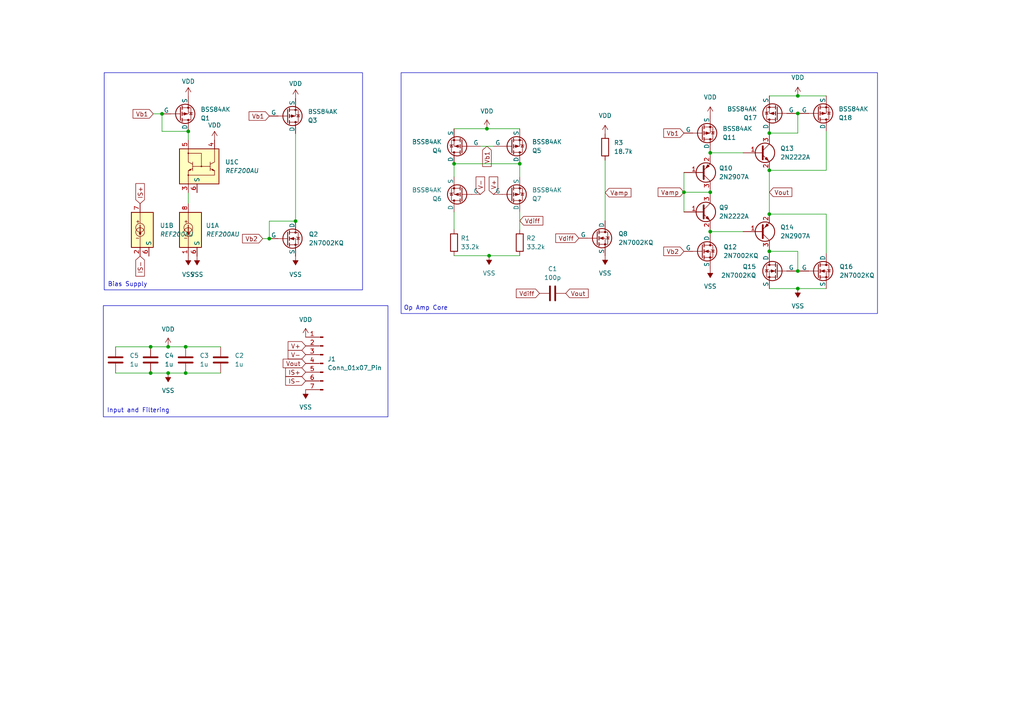
<source format=kicad_sch>
(kicad_sch (version 20231120) (generator "eeschema") (generator_version "8.0")
  (paper "A4")
  (title_block (title "Discrete OpAmp") (date "2024-04-25") (rev "v1") (company "Daniel Raymond") (comment 1 "WPI ECE5204") (comment 2 "Instructor Fred Floru"))
  (lib_symbols
    (symbol "Connector:Conn_01x07_Pin" (pin_names (offset 1.016) hide)
      (property "Reference" "J" (at 0 10.16 0))
      (property "Value" "Conn_01x07_Pin" (at 0 -10.16 0))
      (symbol "Conn_01x07_Pin_1_1"
        (polyline (pts (xy 1.27 -7.62) (xy 0.8636 -7.62)) (stroke (width 0.1524)))
        (polyline (pts (xy 1.27 -5.08) (xy 0.8636 -5.08)) (stroke (width 0.1524)))
        (polyline (pts (xy 1.27 -2.54) (xy 0.8636 -2.54)) (stroke (width 0.1524)))
        (polyline (pts (xy 1.27 0) (xy 0.8636 0)) (stroke (width 0.1524)))
        (polyline (pts (xy 1.27 2.54) (xy 0.8636 2.54)) (stroke (width 0.1524)))
        (polyline (pts (xy 1.27 5.08) (xy 0.8636 5.08)) (stroke (width 0.1524)))
        (polyline (pts (xy 1.27 7.62) (xy 0.8636 7.62)) (stroke (width 0.1524)))
        (rectangle (start 0.8636 -7.493) (end 0 -7.747) (stroke (width 0.1524)) (fill (type outline)))
        (rectangle (start 0.8636 -4.953) (end 0 -5.207) (stroke (width 0.1524)) (fill (type outline)))
        (rectangle (start 0.8636 -2.413) (end 0 -2.667) (stroke (width 0.1524)) (fill (type outline)))
        (rectangle (start 0.8636 0.127) (end 0 -0.127) (stroke (width 0.1524)) (fill (type outline)))
        (rectangle (start 0.8636 2.667) (end 0 2.413) (stroke (width 0.1524)) (fill (type outline)))
        (rectangle (start 0.8636 5.207) (end 0 4.953) (stroke (width 0.1524)) (fill (type outline)))
        (rectangle (start 0.8636 7.747) (end 0 7.493) (stroke (width 0.1524)) (fill (type outline)))
        (pin passive line (at 5.08 7.62 180) (length 3.81) (name "Pin_1") (number "1"))
        (pin passive line (at 5.08 5.08 180) (length 3.81) (name "Pin_2") (number "2"))
        (pin passive line (at 5.08 2.54 180) (length 3.81) (name "Pin_3") (number "3"))
        (pin passive line (at 5.08 0 180) (length 3.81) (name "Pin_4") (number "4"))
        (pin passive line (at 5.08 -2.54 180) (length 3.81) (name "Pin_5") (number "5"))
        (pin passive line (at 5.08 -5.08 180) (length 3.81) (name "Pin_6") (number "6"))
        (pin passive line (at 5.08 -7.62 180) (length 3.81) (name "Pin_7") (number "7"))
      )
    )
    (symbol "Device:C" (pin_numbers hide) (pin_names (offset 0.254))
      (property "Reference" "C" (at 0.635 2.54 0))
      (property "Value" "C" (at 0.635 -2.54 0))
      (symbol "C_0_1"
        (polyline (pts (xy -2.032 -0.762) (xy 2.032 -0.762)) (stroke (width 0.508)))
        (polyline (pts (xy -2.032 0.762) (xy 2.032 0.762)) (stroke (width 0.508)))
      )
      (symbol "C_1_1"
        (pin passive line (at 0 3.81 270) (length 2.794) (name "~") (number "1"))
        (pin passive line (at 0 -3.81 90) (length 2.794) (name "~") (number "2"))
      )
    )
    (symbol "Device:Q_NPN_BEC" (pin_names (offset 0) hide)
      (property "Reference" "Q" (at 5.08 1.27 0))
      (property "Value" "Q_NPN_BEC" (at 5.08 -1.27 0))
      (symbol "Q_NPN_BEC_0_1"
        (polyline (pts (xy 0.635 0.635) (xy 2.54 2.54)))
        (polyline (pts (xy 0.635 -0.635) (xy 2.54 -2.54) (xy 2.54 -2.54)))
        (polyline (pts (xy 0.635 1.905) (xy 0.635 -1.905) (xy 0.635 -1.905)) (stroke (width 0.508)))
        (polyline (pts (xy 1.27 -1.778) (xy 1.778 -1.27) (xy 2.286 -2.286) (xy 1.27 -1.778) (xy 1.27 -1.778)) (fill (type outline)))
        (circle (center 1.27 0) (radius 2.8194) (stroke (width 0.254)))
      )
      (symbol "Q_NPN_BEC_1_1"
        (pin input line (at -5.08 0 0) (length 5.715) (name "B") (number "1"))
        (pin passive line (at 2.54 -5.08 90) (length 2.54) (name "E") (number "2"))
        (pin passive line (at 2.54 5.08 270) (length 2.54) (name "C") (number "3"))
      )
    )
    (symbol "Device:Q_PNP_BEC" (pin_names (offset 0) hide)
      (property "Reference" "Q" (at 5.08 1.27 0))
      (property "Value" "Q_PNP_BEC" (at 5.08 -1.27 0))
      (symbol "Q_PNP_BEC_0_1"
        (polyline (pts (xy 0.635 0.635) (xy 2.54 2.54)))
        (polyline (pts (xy 0.635 -0.635) (xy 2.54 -2.54) (xy 2.54 -2.54)))
        (polyline (pts (xy 0.635 1.905) (xy 0.635 -1.905) (xy 0.635 -1.905)) (stroke (width 0.508)))
        (polyline (pts (xy 2.286 -1.778) (xy 1.778 -2.286) (xy 1.27 -1.27) (xy 2.286 -1.778) (xy 2.286 -1.778)) (fill (type outline)))
        (circle (center 1.27 0) (radius 2.8194) (stroke (width 0.254)))
      )
      (symbol "Q_PNP_BEC_1_1"
        (pin input line (at -5.08 0 0) (length 5.715) (name "B") (number "1"))
        (pin passive line (at 2.54 -5.08 90) (length 2.54) (name "E") (number "2"))
        (pin passive line (at 2.54 5.08 270) (length 2.54) (name "C") (number "3"))
      )
    )
    (symbol "Device:R" (pin_numbers hide) (pin_names (offset 0))
      (property "Reference" "R" (at 2.032 0 90))
      (property "Value" "R" (at 0 0 90))
      (symbol "R_0_1"
        (rectangle (start -1.016 -2.54) (end 1.016 2.54) (stroke (width 0.254)))
      )
      (symbol "R_1_1"
        (pin passive line (at 0 3.81 270) (length 1.27) (name "~") (number "1"))
        (pin passive line (at 0 -3.81 90) (length 1.27) (name "~") (number "2"))
      )
    )
    (symbol "Reference_Current:REF200AU"
      (property "Reference" "U" (at -3.175 4.445 0))
      (property "Value" "REF200AU" (at -3.175 2.54 0))
      (symbol "REF200AU_0_1"
        (pin passive line (at 2.54 -7.62 90) (length 2.54) (name "S") (number "6"))
      )
      (symbol "REF200AU_1_1"
        (rectangle (start -2.54 5.08) (end 3.81 -5.08) (stroke (width 0.254)) (fill (type background)))
        (circle (center 0 -0.635) (radius 1.27))
        (polyline (pts (xy -1.143 -2.413) (xy -0.381 -2.413)))
        (polyline (pts (xy -1.016 2.413) (xy -0.254 2.413)))
        (polyline (pts (xy -0.635 2.794) (xy -0.635 2.032)))
        (polyline (pts (xy 0 -1.905) (xy 0 -5.08)))
        (polyline (pts (xy 0 1.397) (xy 0 -1.397)) (stroke (width 0.254)))
        (polyline (pts (xy 0 5.08) (xy 0 1.905)))
        (polyline (pts (xy 0 -1.397) (xy -0.254 -0.889) (xy 0.254 -0.889) (xy 0 -1.397)) (stroke (width 0.254)))
        (circle (center 0 0.635) (radius 1.27))
        (pin passive line (at 0 -7.62 90) (length 2.54) (name "~") (number "1"))
        (pin passive line (at 0 7.62 270) (length 2.54) (name "~") (number "8"))
      )
      (symbol "REF200AU_2_1"
        (rectangle (start -2.54 5.08) (end 3.81 -5.08) (stroke (width 0.254)) (fill (type background)))
        (circle (center 0 -0.635) (radius 1.27))
        (polyline (pts (xy -1.143 -2.413) (xy -0.381 -2.413)))
        (polyline (pts (xy -1.016 2.413) (xy -0.254 2.413)))
        (polyline (pts (xy -0.635 2.794) (xy -0.635 2.032)))
        (polyline (pts (xy 0 -1.905) (xy 0 -5.08)))
        (polyline (pts (xy 0 1.397) (xy 0 -1.397)) (stroke (width 0.254)))
        (polyline (pts (xy 0 5.08) (xy 0 1.905)))
        (polyline (pts (xy 0 -1.397) (xy -0.254 -0.889) (xy 0.254 -0.889) (xy 0 -1.397)) (stroke (width 0.254)))
        (circle (center 0 0.635) (radius 1.27))
        (pin passive line (at 0 -7.62 90) (length 2.54) (name "~") (number "2"))
        (pin passive line (at 0 7.62 270) (length 2.54) (name "~") (number "7"))
      )
      (symbol "REF200AU_3_1"
        (rectangle (start -2.54 5.08) (end 8.89 -5.08) (stroke (width 0.254)) (fill (type background)))
        (circle (center 0 -2.54) (radius 0.1524))
        (polyline (pts (xy 0 3.81) (xy 0 5.08)))
        (polyline (pts (xy 1.27 -1.27) (xy 1.27 1.27)))
        (polyline (pts (xy 1.27 0) (xy 6.35 0)))
        (polyline (pts (xy 6.35 1.27) (xy 6.35 -1.27)))
        (polyline (pts (xy 0 -5.08) (xy 0 -1.27) (xy 1.27 -0.635)))
        (polyline (pts (xy 0 3.81) (xy 3.81 3.81) (xy 3.81 0)))
        (polyline (pts (xy 1.27 0.635) (xy 0 1.27) (xy 0 3.81)))
        (polyline (pts (xy 7.62 5.08) (xy 7.62 1.27) (xy 6.35 0.635)))
        (polyline (pts (xy 0 -1.27) (xy 0.6096 -0.762) (xy 0.762 -1.1176) (xy 0 -1.27)))
        (polyline (pts (xy 6.35 -0.635) (xy 7.62 -1.27) (xy 7.62 -2.54) (xy 0 -2.54)))
        (polyline (pts (xy 7.62 -1.27) (xy 7.0104 -0.762) (xy 6.858 -1.1176) (xy 7.62 -1.27)))
        (circle (center 0 3.81) (radius 0.1524))
        (circle (center 3.81 0) (radius 0.1524))
        (pin passive line (at 0 -7.62 90) (length 2.54) (name "~") (number "3"))
        (pin passive line (at 7.62 7.62 270) (length 2.54) (name "~") (number "4"))
        (pin passive line (at 0 7.62 270) (length 2.54) (name "~") (number "5"))
      )
    )
    (symbol "Simulation_SPICE:NMOS" (pin_numbers hide) (pin_names (offset 0))
      (property "Reference" "Q2" (at 6.35 1.27 0))
      (property "Value" "NMOS" (at 6.35 -1.27 0))
      (symbol "NMOS_0_1"
        (polyline (pts (xy 0.254 0) (xy -2.54 0)))
        (polyline (pts (xy 0.254 1.905) (xy 0.254 -1.905)) (stroke (width 0.254)))
        (polyline (pts (xy 0.762 -1.27) (xy 0.762 -2.286)) (stroke (width 0.254)))
        (polyline (pts (xy 0.762 0.508) (xy 0.762 -0.508)) (stroke (width 0.254)))
        (polyline (pts (xy 0.762 2.286) (xy 0.762 1.27)) (stroke (width 0.254)))
        (polyline (pts (xy 2.54 2.54) (xy 2.54 1.778)))
        (polyline (pts (xy 2.54 -2.54) (xy 2.54 0) (xy 0.762 0)))
        (polyline (pts (xy 0.762 -1.778) (xy 3.302 -1.778) (xy 3.302 1.778) (xy 0.762 1.778)))
        (polyline (pts (xy 1.016 0) (xy 2.032 0.381) (xy 2.032 -0.381) (xy 1.016 0)) (fill (type outline)))
        (polyline (pts (xy 2.794 0.508) (xy 2.921 0.381) (xy 3.683 0.381) (xy 3.81 0.254)))
        (polyline (pts (xy 3.302 0.381) (xy 2.921 -0.254) (xy 3.683 -0.254) (xy 3.302 0.381)))
        (circle (center 1.651 0) (radius 2.794) (stroke (width 0.254)))
        (circle (center 2.54 -1.778) (radius 0.254) (fill (type outline)))
        (circle (center 2.54 1.778) (radius 0.254) (fill (type outline)))
      )
      (symbol "NMOS_1_1"
        (pin input line (at -5.08 0 0) (length 2.54) (name "G") (number "1"))
        (pin passive line (at 2.54 -5.08 90) (length 2.54) (name "S") (number "2"))
        (pin passive line (at 2.54 5.08 270) (length 2.54) (name "D") (number "3"))
      )
    )
    (symbol "Simulation_SPICE:PMOS" (pin_numbers hide) (pin_names (offset 0))
      (property "Reference" "Q1" (at 6.096 1.27 0))
      (property "Value" "BSS84AK" (at 6.096 -1.27 0))
      (symbol "PMOS_0_1"
        (polyline (pts (xy 0.254 0) (xy -2.54 0)))
        (polyline (pts (xy 0.254 1.905) (xy 0.254 -1.905)) (stroke (width 0.254)))
        (polyline (pts (xy 0.762 -1.27) (xy 0.762 -2.286)) (stroke (width 0.254)))
        (polyline (pts (xy 0.762 0.508) (xy 0.762 -0.508)) (stroke (width 0.254)))
        (polyline (pts (xy 0.762 2.286) (xy 0.762 1.27)) (stroke (width 0.254)))
        (polyline (pts (xy 2.54 2.54) (xy 2.54 1.778)))
        (polyline (pts (xy 2.54 -2.54) (xy 2.54 0) (xy 0.762 0)))
        (polyline (pts (xy 0.762 1.778) (xy 3.302 1.778) (xy 3.302 -1.778) (xy 0.762 -1.778)))
        (polyline (pts (xy 2.286 0) (xy 1.27 0.381) (xy 1.27 -0.381) (xy 2.286 0)) (fill (type outline)))
        (polyline (pts (xy 2.794 -0.508) (xy 2.921 -0.381) (xy 3.683 -0.381) (xy 3.81 -0.254)))
        (polyline (pts (xy 3.302 -0.381) (xy 2.921 0.254) (xy 3.683 0.254) (xy 3.302 -0.381)))
        (circle (center 1.651 0) (radius 2.794) (stroke (width 0.254)))
        (circle (center 2.54 -1.778) (radius 0.254) (fill (type outline)))
        (circle (center 2.54 1.778) (radius 0.254) (fill (type outline)))
      )
      (symbol "PMOS_1_1"
        (pin input line (at -5.08 0 0) (length 2.54) (name "G") (number "1"))
        (pin passive line (at 2.54 -5.08 90) (length 2.54) (name "S") (number "2"))
        (pin passive line (at 2.54 5.08 270) (length 2.54) (name "D") (number "3"))
      )
    )
    (symbol "power:VDD" (power) (pin_names (offset 0))
      (property "Value" "VDD" (at 0 3.81 0))
      (symbol "VDD_0_1"
        (polyline (pts (xy -0.762 1.27) (xy 0 2.54)))
        (polyline (pts (xy 0 0) (xy 0 2.54)))
        (polyline (pts (xy 0 2.54) (xy 0.762 1.27)))
      )
      (symbol "VDD_1_1"
        (pin power_in line (at 0 0 90) (length 0) hide (name "VDD") (number "1"))
      )
    )
    (symbol "power:VSS" (power) (pin_names (offset 0))
      (property "Value" "VSS" (at 0 3.81 0))
      (symbol "VSS_0_1"
        (polyline (pts (xy 0 0) (xy 0 2.54)))
        (polyline (pts (xy 0.762 1.27) (xy -0.762 1.27) (xy 0 2.54) (xy 0.762 1.27)) (fill (type outline)))
      )
      (symbol "VSS_1_1"
        (pin power_in line (at 0 0 90) (length 0) hide (name "VSS") (number "1"))
      )
    )
  )
  (junction (at 54.61 38.1))
  (junction (at 231.394 27.813))
  (junction (at 231.394 32.893))
  (junction (at 85.725 64.135))
  (junction (at 223.139 49.403))
  (junction (at 48.768 100.584))
  (junction (at 141.224 37.338))
  (junction (at 223.139 38.608))
  (junction (at 205.994 55.753))
  (junction (at 231.394 83.693))
  (junction (at 223.139 72.898))
  (junction (at 223.139 62.103))
  (junction (at 46.99 33.02))
  (junction (at 205.994 44.323))
  (junction (at 150.749 47.498))
  (junction (at 43.688 100.584))
  (junction (at 53.848 108.204))
  (junction (at 198.374 55.753))
  (junction (at 78.105 69.215))
  (junction (at 231.394 78.613))
  (junction (at 53.848 100.584))
  (junction (at 141.859 74.168))
  (junction (at 131.699 47.498))
  (junction (at 205.994 67.183))
  (junction (at 48.768 108.204))
  (junction (at 43.688 108.204))
  (wire (pts (xy 150.749 47.498) (xy 150.749 51.308)))
  (wire (pts (xy 54.61 38.1) (xy 54.61 40.64)))
  (wire (pts (xy 43.688 108.204) (xy 33.528 108.204)))
  (wire (pts (xy 205.994 67.183) (xy 205.994 67.818)))
  (wire (pts (xy 131.699 37.338) (xy 141.224 37.338)))
  (wire (pts (xy 231.394 32.893) (xy 231.394 38.608)))
  (wire (pts (xy 223.139 72.898) (xy 223.139 73.533)))
  (wire (pts (xy 53.848 108.204) (xy 48.768 108.204)))
  (wire (pts (xy 215.519 44.323) (xy 205.994 44.323)))
  (wire (pts (xy 230.759 32.893) (xy 231.394 32.893)))
  (wire (pts (xy 205.994 67.183) (xy 205.994 66.548)))
  (wire (pts (xy 141.859 74.168) (xy 150.749 74.168)))
  (wire (pts (xy 46.99 33.02) (xy 46.99 38.1)))
  (wire (pts (xy 78.105 64.135) (xy 85.725 64.135)))
  (wire (pts (xy 239.649 49.403) (xy 223.139 49.403)))
  (wire (pts (xy 48.768 108.204) (xy 43.688 108.204)))
  (wire (pts (xy 231.394 32.893) (xy 232.029 32.893)))
  (wire (pts (xy 64.008 108.204) (xy 53.848 108.204)))
  (wire (pts (xy 131.699 47.498) (xy 150.749 47.498)))
  (wire (pts (xy 78.105 69.215) (xy 78.105 64.135)))
  (wire (pts (xy 44.45 33.02) (xy 46.99 33.02)))
  (wire (pts (xy 215.519 67.183) (xy 205.994 67.183)))
  (wire (pts (xy 231.394 72.898) (xy 223.139 72.898)))
  (wire (pts (xy 223.139 37.973) (xy 223.139 38.608)))
  (wire (pts (xy 141.224 37.338) (xy 150.749 37.338)))
  (wire (pts (xy 205.994 55.753) (xy 205.994 56.388)))
  (wire (pts (xy 231.394 78.613) (xy 232.029 78.613)))
  (wire (pts (xy 223.139 38.608) (xy 231.394 38.608)))
  (wire (pts (xy 53.848 100.584) (xy 48.768 100.584)))
  (wire (pts (xy 139.319 42.418) (xy 143.129 42.418)))
  (wire (pts (xy 54.61 55.88) (xy 54.61 59.055)))
  (wire (pts (xy 231.394 72.898) (xy 231.394 78.613)))
  (wire (pts (xy 205.994 44.323) (xy 205.994 43.688)))
  (wire (pts (xy 43.688 100.584) (xy 33.528 100.584)))
  (wire (pts (xy 223.139 72.898) (xy 223.139 72.263)))
  (wire (pts (xy 198.374 55.753) (xy 198.374 50.038)))
  (wire (pts (xy 131.699 47.498) (xy 131.699 51.308)))
  (wire (pts (xy 150.749 61.468) (xy 150.749 66.548)))
  (wire (pts (xy 223.139 38.608) (xy 223.139 39.243)))
  (wire (pts (xy 131.699 74.168) (xy 141.859 74.168)))
  (wire (pts (xy 231.394 83.693) (xy 239.649 83.693)))
  (wire (pts (xy 231.394 27.813) (xy 239.649 27.813)))
  (wire (pts (xy 239.649 62.103) (xy 223.139 62.103)))
  (wire (pts (xy 239.649 37.973) (xy 239.649 49.403)))
  (wire (pts (xy 76.2 69.215) (xy 78.105 69.215)))
  (wire (pts (xy 223.139 83.693) (xy 231.394 83.693)))
  (wire (pts (xy 239.649 62.103) (xy 239.649 73.533)))
  (wire (pts (xy 223.139 49.403) (xy 223.139 62.103)))
  (wire (pts (xy 175.514 46.482) (xy 175.514 64.008)))
  (wire (pts (xy 223.139 27.813) (xy 231.394 27.813)))
  (wire (pts (xy 205.994 55.118) (xy 205.994 55.753)))
  (wire (pts (xy 131.699 61.468) (xy 131.699 66.548)))
  (wire (pts (xy 205.994 55.753) (xy 198.374 55.753)))
  (wire (pts (xy 48.768 100.584) (xy 43.688 100.584)))
  (wire (pts (xy 46.99 38.1) (xy 54.61 38.1)))
  (wire (pts (xy 85.725 38.735) (xy 85.725 64.135)))
  (wire (pts (xy 205.994 44.323) (xy 205.994 44.958)))
  (wire (pts (xy 64.008 100.584) (xy 53.848 100.584)))
  (wire (pts (xy 230.759 78.613) (xy 231.394 78.613)))
  (wire (pts (xy 198.374 55.753) (xy 198.374 61.468)))
  (rectangle (start 29.972 88.646) (end 112.522 120.904))
  (rectangle (start 30.226 21.082) (end 105.156 84.074))
  (rectangle (start 116.332 21.082) (end 254.508 90.932))
  (text "Bias Supply" (at 31.242 83.312 0) (effects (font (size 1.27 1.27)) (justify left bottom)))
  (text "Op Amp Core" (at 117.094 90.17 0) (effects (font (size 1.27 1.27)) (justify left bottom)))
  (text "Input and Filtering" (at 30.988 119.888 0) (effects (font (size 1.27 1.27)) (justify left bottom)))
  (global_label "V+" (shape input) (at 143.129 56.388 90) (property "Intersheetrefs" "${INTERSHEET_REFS}" (effects (hide yes))))
  (global_label "Vb2" (shape input) (at 198.374 72.898 180) (property "Intersheetrefs" "${INTERSHEET_REFS}" (effects (hide yes))))
  (global_label "IS+" (shape input) (at 40.64 59.055 90) (property "Intersheetrefs" "${INTERSHEET_REFS}" (effects (hide yes))))
  (global_label "V+" (shape input) (at 88.646 100.33 180) (property "Intersheetrefs" "${INTERSHEET_REFS}" (effects (hide yes))))
  (global_label "Vamp" (shape input) (at 198.374 55.753 180) (property "Intersheetrefs" "${INTERSHEET_REFS}" (effects (hide yes))))
  (global_label "Vb2" (shape input) (at 76.2 69.215 180) (property "Intersheetrefs" "${INTERSHEET_REFS}" (effects (hide yes))))
  (global_label "IS+" (shape input) (at 88.646 107.95 180) (property "Intersheetrefs" "${INTERSHEET_REFS}" (effects (hide yes))))
  (global_label "Vout" (shape input) (at 164.084 85.09 0) (property "Intersheetrefs" "${INTERSHEET_REFS}" (effects (hide yes))))
  (global_label "Vb1" (shape input) (at 141.224 42.418 270) (property "Intersheetrefs" "${INTERSHEET_REFS}" (effects (hide yes))))
  (global_label "Vb1" (shape input) (at 44.45 33.02 180) (property "Intersheetrefs" "${INTERSHEET_REFS}" (effects (hide yes))))
  (global_label "Vout" (shape input) (at 223.139 55.753 0) (property "Intersheetrefs" "${INTERSHEET_REFS}" (effects (hide yes))))
  (global_label "Vb1" (shape input) (at 198.374 38.608 180) (property "Intersheetrefs" "${INTERSHEET_REFS}" (effects (hide yes))))
  (global_label "V-" (shape input) (at 88.646 102.87 180) (property "Intersheetrefs" "${INTERSHEET_REFS}" (effects (hide yes))))
  (global_label "Vdiff" (shape input) (at 167.894 69.088 180) (property "Intersheetrefs" "${INTERSHEET_REFS}" (effects (hide yes))))
  (global_label "V-" (shape input) (at 139.319 56.388 90) (property "Intersheetrefs" "${INTERSHEET_REFS}" (effects (hide yes))))
  (global_label "Vout" (shape input) (at 88.646 105.41 180) (property "Intersheetrefs" "${INTERSHEET_REFS}" (effects (hide yes))))
  (global_label "Vdiff" (shape input) (at 150.749 64.0339 0) (property "Intersheetrefs" "${INTERSHEET_REFS}" (effects (hide yes))))
  (global_label "IS-" (shape input) (at 88.646 110.49 180) (property "Intersheetrefs" "${INTERSHEET_REFS}" (effects (hide yes))))
  (global_label "Vb1" (shape input) (at 78.105 33.655 180) (property "Intersheetrefs" "${INTERSHEET_REFS}" (effects (hide yes))))
  (global_label "IS-" (shape input) (at 40.64 74.295 270) (property "Intersheetrefs" "${INTERSHEET_REFS}" (effects (hide yes))))
  (global_label "Vamp" (shape input) (at 175.514 55.88 0) (property "Intersheetrefs" "${INTERSHEET_REFS}" (effects (hide yes))))
  (global_label "Vdiff" (shape input) (at 156.464 85.09 180) (property "Intersheetrefs" "${INTERSHEET_REFS}" (effects (hide yes))))
  (symbol (lib_id "Simulation_SPICE:PMOS") (at 52.07 33.02 0) (mirror x) (unit 1)
    (property "Reference" "Q1" (at 58.166 34.29 0) (effects (justify left)))
    (property "Value" "BSS84AK" (at 58.166 31.75 0) (effects (justify left)))
    (property "Footprint" "Library:SOT8015" (effects (hide yes)))
    (property "Datasheet" "https://assets.nexperia.com/documents/data-sheet/BSS84AKQB.pdf" (effects (hide yes)))
    (property "Sim.Device" "PMOS" (effects (hide yes)))
    (property "Sim.Type" "VDMOS" (effects (hide yes)))
    (property "Sim.Pins" "1=G 2=S 3=D" (effects (hide yes)))
  )
  (symbol (lib_id "Device:R") (at 131.699 70.358 0) (unit 1)
    (property "Reference" "R1" (at 133.604 69.088 0) (effects (justify left)))
    (property "Value" "33.2k" (at 133.604 71.628 0) (effects (justify left)))
    (property "Footprint" "Resistor_SMD:R_0603_1608Metric" (effects (hide yes)))
  )
  (symbol (lib_id "Reference_Current:REF200AU") (at 40.64 66.675 0) (unit 2)
    (property "Reference" "U1" (at 46.355 65.405 0) (effects (justify left)))
    (property "Value" "REF200AU" (at 46.355 67.945 0) (effects (font (italic yes)) (justify left)))
    (property "Footprint" "Package_SO:SOIC-8_3.9x4.9mm_P1.27mm" (effects (hide yes)))
    (property "Datasheet" "www.ti.com/lit/ds/symlink/ref200.pdf" (effects (hide yes)))
  )
  (symbol (lib_id "Simulation_SPICE:PMOS") (at 148.209 56.388 0) (mirror x) (unit 1)
    (property "Reference" "Q7" (at 154.305 57.658 0) (effects (justify left)))
    (property "Value" "BSS84AK" (at 154.305 55.118 0) (effects (justify left)))
    (property "Footprint" "Library:SOT8015" (effects (hide yes)))
    (property "Datasheet" "https://assets.nexperia.com/documents/data-sheet/BSS84AKQB.pdf" (effects (hide yes)))
    (property "Sim.Device" "PMOS" (effects (hide yes)))
    (property "Sim.Type" "VDMOS" (effects (hide yes)))
    (property "Sim.Pins" "1=G 2=S 3=D" (effects (hide yes)))
  )
  (symbol (lib_id "Simulation_SPICE:NMOS") (at 225.679 78.613 0) (mirror y) (unit 1)
    (property "Reference" "Q15" (at 219.329 77.343 0) (effects (justify left)))
    (property "Value" "2N7002KQ" (at 219.329 79.883 0) (effects (justify left)))
    (property "Footprint" "Library:SOT8015" (effects (hide yes)))
    (property "Datasheet" "https://assets.nexperia.com/documents/data-sheet/2N7002KQB.pdf" (effects (hide yes)))
    (property "Sim.Device" "NMOS" (effects (hide yes)))
    (property "Sim.Type" "VDMOS" (effects (hide yes)))
    (property "Sim.Pins" "1=G 2=S 3=D" (effects (hide yes)))
  )
  (symbol (lib_id "power:VSS") (at 175.514 74.168 180) (unit 1)
    (property "Reference" "#PWR010" (effects (hide yes)))
    (property "Value" "VSS" (at 175.514 79.248 0))
  )
  (symbol (lib_id "power:VSS") (at 231.394 83.693 180) (unit 1)
    (property "Reference" "#PWR014" (effects (hide yes)))
    (property "Value" "VSS" (at 231.394 88.773 0))
  )
  (symbol (lib_id "Simulation_SPICE:PMOS") (at 203.454 38.608 0) (mirror x) (unit 1)
    (property "Reference" "Q11" (at 209.55 39.878 0) (effects (justify left)))
    (property "Value" "BSS84AK" (at 209.55 37.338 0) (effects (justify left)))
    (property "Footprint" "Library:SOT8015" (effects (hide yes)))
    (property "Datasheet" "https://assets.nexperia.com/documents/data-sheet/BSS84AKQB.pdf" (effects (hide yes)))
    (property "Sim.Device" "PMOS" (effects (hide yes)))
    (property "Sim.Type" "VDMOS" (effects (hide yes)))
    (property "Sim.Pins" "1=G 2=S 3=D" (effects (hide yes)))
  )
  (symbol (lib_id "Connector:Conn_01x07_Pin") (at 93.726 105.41 0) (mirror y) (unit 1)
    (property "Reference" "J1" (at 94.996 104.14 0) (effects (justify right)))
    (property "Value" "Conn_01x07_Pin" (at 94.996 106.68 0) (effects (justify right)))
    (property "Footprint" "Connector_PinHeader_2.54mm:PinHeader_1x07_P2.54mm_Vertical" (effects (hide yes)))
  )
  (symbol (lib_id "Device:C") (at 43.688 104.394 180) (unit 1)
    (property "Reference" "C4" (at 47.752 103.124 0) (effects (justify right)))
    (property "Value" "1u" (at 47.752 105.664 0) (effects (justify right)))
    (property "Footprint" "Capacitor_SMD:C_0603_1608Metric" (effects (hide yes)))
  )
  (symbol (lib_id "power:VSS") (at 85.725 74.295 180) (unit 1)
    (property "Reference" "#PWR02" (effects (hide yes)))
    (property "Value" "VSS" (at 85.725 79.629 0))
  )
  (symbol (lib_id "Device:Q_NPN_BEC") (at 220.599 44.323 0) (unit 1)
    (property "Reference" "Q13" (at 226.314 43.053 0) (effects (justify left)))
    (property "Value" "2N2222A" (at 226.314 45.593 0) (effects (justify left)))
    (property "Footprint" "Package_TO_SOT_SMD:SOT-883" (effects (hide yes)))
  )
  (symbol (lib_id "Reference_Current:REF200AU") (at 54.61 66.675 0) (unit 1)
    (property "Reference" "U1" (at 59.69 65.405 0) (effects (justify left)))
    (property "Value" "REF200AU" (at 59.69 67.945 0) (effects (font (italic yes)) (justify left)))
    (property "Footprint" "Package_SO:SOIC-8_3.9x4.9mm_P1.27mm" (effects (hide yes)))
    (property "Datasheet" "www.ti.com/lit/ds/symlink/ref200.pdf" (effects (hide yes)))
  )
  (symbol (lib_id "power:VDD") (at 88.646 97.79 0) (unit 1)
    (property "Reference" "#PWR015" (effects (hide yes)))
    (property "Value" "VDD" (at 88.646 92.71 0))
  )
  (symbol (lib_id "Device:C") (at 160.274 85.09 90) (unit 1)
    (property "Reference" "C1" (at 160.274 77.978 90))
    (property "Value" "100p" (at 160.274 80.518 90))
    (property "Footprint" "Capacitor_SMD:C_0603_1608Metric" (effects (hide yes)))
  )
  (symbol (lib_id "Simulation_SPICE:PMOS") (at 237.109 32.893 0) (mirror x) (unit 1)
    (property "Reference" "Q18" (at 243.205 34.163 0) (effects (justify left)))
    (property "Value" "BSS84AK" (at 243.205 31.623 0) (effects (justify left)))
    (property "Footprint" "Library:SOT8015" (effects (hide yes)))
    (property "Datasheet" "https://assets.nexperia.com/documents/data-sheet/BSS84AKQB.pdf" (effects (hide yes)))
    (property "Sim.Device" "PMOS" (effects (hide yes)))
    (property "Sim.Type" "VDMOS" (effects (hide yes)))
    (property "Sim.Pins" "1=G 2=S 3=D" (effects (hide yes)))
  )
  (symbol (lib_id "Device:Q_PNP_BEC") (at 203.454 50.038 0) (mirror x) (unit 1)
    (property "Reference" "Q10" (at 208.534 48.768 0) (effects (justify left)))
    (property "Value" "2N2907A" (at 208.534 51.308 0) (effects (justify left)))
    (property "Footprint" "Package_TO_SOT_SMD:SOT-883" (effects (hide yes)))
  )
  (symbol (lib_id "power:VSS") (at 57.15 74.295 180) (unit 1)
    (property "Reference" "#PWR01" (effects (hide yes)))
    (property "Value" "VSS" (at 57.15 79.629 0))
  )
  (symbol (lib_id "power:VDD") (at 85.725 28.575 0) (unit 1)
    (property "Reference" "#PWR06" (effects (hide yes)))
    (property "Value" "VDD" (at 85.725 24.257 0))
  )
  (symbol (lib_id "Device:C") (at 64.008 104.394 180) (unit 1)
    (property "Reference" "C2" (at 68.072 103.124 0) (effects (justify right)))
    (property "Value" "1u" (at 68.072 105.664 0) (effects (justify right)))
    (property "Footprint" "Capacitor_SMD:C_0603_1608Metric" (effects (hide yes)))
  )
  (symbol (lib_id "Device:Q_NPN_BEC") (at 203.454 61.468 0) (unit 1)
    (property "Reference" "Q9" (at 208.534 60.198 0) (effects (justify left)))
    (property "Value" "2N2222A" (at 208.534 62.738 0) (effects (justify left)))
    (property "Footprint" "Package_TO_SOT_SMD:SOT-883" (effects (hide yes)))
  )
  (symbol (lib_id "Simulation_SPICE:PMOS") (at 148.209 42.418 0) (mirror x) (unit 1)
    (property "Reference" "Q5" (at 154.305 43.688 0) (effects (justify left)))
    (property "Value" "BSS84AK" (at 154.305 41.148 0) (effects (justify left)))
    (property "Footprint" "Library:SOT8015" (effects (hide yes)))
    (property "Datasheet" "https://assets.nexperia.com/documents/data-sheet/BSS84AKQB.pdf" (effects (hide yes)))
    (property "Sim.Device" "PMOS" (effects (hide yes)))
    (property "Sim.Type" "VDMOS" (effects (hide yes)))
    (property "Sim.Pins" "1=G 2=S 3=D" (effects (hide yes)))
  )
  (symbol (lib_id "Simulation_SPICE:NMOS") (at 172.974 69.088 0) (unit 1)
    (property "Reference" "Q8" (at 179.324 67.818 0) (effects (justify left)))
    (property "Value" "2N7002KQ" (at 179.324 70.358 0) (effects (justify left)))
    (property "Footprint" "Library:SOT8015" (effects (hide yes)))
    (property "Datasheet" "https://assets.nexperia.com/documents/data-sheet/2N7002KQB.pdf" (effects (hide yes)))
    (property "Sim.Device" "NMOS" (effects (hide yes)))
    (property "Sim.Type" "VDMOS" (effects (hide yes)))
    (property "Sim.Pins" "1=G 2=S 3=D" (effects (hide yes)))
  )
  (symbol (lib_id "power:VSS") (at 205.994 77.978 180) (unit 1)
    (property "Reference" "#PWR011" (effects (hide yes)))
    (property "Value" "VSS" (at 205.994 83.058 0))
  )
  (symbol (lib_id "Device:R") (at 150.749 70.358 0) (unit 1)
    (property "Reference" "R2" (at 152.654 69.088 0) (effects (justify left)))
    (property "Value" "33.2k" (at 152.654 71.628 0) (effects (justify left)))
    (property "Footprint" "Resistor_SMD:R_0603_1608Metric" (effects (hide yes)))
  )
  (symbol (lib_id "power:VDD") (at 231.394 27.813 0) (unit 1)
    (property "Reference" "#PWR013" (effects (hide yes)))
    (property "Value" "VDD" (at 231.394 22.479 0))
  )
  (symbol (lib_id "power:VDD") (at 62.23 40.64 0) (unit 1)
    (property "Reference" "#PWR05" (effects (hide yes)))
    (property "Value" "VDD" (at 62.23 36.322 0))
  )
  (symbol (lib_id "power:VDD") (at 175.514 38.862 0) (unit 1)
    (property "Reference" "#PWR09" (effects (hide yes)))
    (property "Value" "VDD" (at 175.514 33.528 0))
  )
  (symbol (lib_id "Simulation_SPICE:PMOS") (at 134.239 56.388 180) (unit 1)
    (property "Reference" "Q6" (at 128.143 57.658 0) (effects (justify left)))
    (property "Value" "BSS84AK" (at 128.143 55.118 0) (effects (justify left)))
    (property "Footprint" "Library:SOT8015" (effects (hide yes)))
    (property "Datasheet" "https://assets.nexperia.com/documents/data-sheet/BSS84AKQB.pdf" (effects (hide yes)))
    (property "Sim.Device" "PMOS" (effects (hide yes)))
    (property "Sim.Type" "VDMOS" (effects (hide yes)))
    (property "Sim.Pins" "1=G 2=S 3=D" (effects (hide yes)))
  )
  (symbol (lib_id "Device:R") (at 175.514 42.672 0) (unit 1)
    (property "Reference" "R3" (at 178.054 41.402 0) (effects (justify left)))
    (property "Value" "18.7k" (at 178.054 43.942 0) (effects (justify left)))
    (property "Footprint" "Resistor_SMD:R_0603_1608Metric" (effects (hide yes)))
  )
  (symbol (lib_id "power:VSS") (at 88.646 113.03 180) (unit 1)
    (property "Reference" "#PWR018" (effects (hide yes)))
    (property "Value" "VSS" (at 88.646 118.11 0))
  )
  (symbol (lib_id "Simulation_SPICE:PMOS") (at 225.679 32.893 180) (unit 1)
    (property "Reference" "Q17" (at 219.583 34.163 0) (effects (justify left)))
    (property "Value" "BSS84AK" (at 219.583 31.623 0) (effects (justify left)))
    (property "Footprint" "Library:SOT8015" (effects (hide yes)))
    (property "Datasheet" "https://assets.nexperia.com/documents/data-sheet/BSS84AKQB.pdf" (effects (hide yes)))
    (property "Sim.Device" "PMOS" (effects (hide yes)))
    (property "Sim.Type" "VDMOS" (effects (hide yes)))
    (property "Sim.Pins" "1=G 2=S 3=D" (effects (hide yes)))
  )
  (symbol (lib_id "power:VSS") (at 48.768 108.204 180) (unit 1)
    (property "Reference" "#PWR016" (effects (hide yes)))
    (property "Value" "VSS" (at 48.768 113.284 0))
  )
  (symbol (lib_id "Simulation_SPICE:PMOS") (at 83.185 33.655 0) (mirror x) (unit 1)
    (property "Reference" "Q3" (at 89.281 34.925 0) (effects (justify left)))
    (property "Value" "BSS84AK" (at 89.281 32.385 0) (effects (justify left)))
    (property "Footprint" "Library:SOT8015" (effects (hide yes)))
    (property "Datasheet" "https://assets.nexperia.com/documents/data-sheet/BSS84AKQB.pdf" (effects (hide yes)))
    (property "Sim.Device" "PMOS" (effects (hide yes)))
    (property "Sim.Type" "VDMOS" (effects (hide yes)))
    (property "Sim.Pins" "1=G 2=S 3=D" (effects (hide yes)))
  )
  (symbol (lib_id "power:VDD") (at 141.224 37.338 0) (unit 1)
    (property "Reference" "#PWR08" (effects (hide yes)))
    (property "Value" "VDD" (at 141.224 32.258 0))
  )
  (symbol (lib_id "Simulation_SPICE:NMOS") (at 203.454 72.898 0) (unit 1)
    (property "Reference" "Q12" (at 209.804 71.628 0) (effects (justify left)))
    (property "Value" "2N7002KQ" (at 209.804 74.168 0) (effects (justify left)))
    (property "Footprint" "Library:SOT8015" (effects (hide yes)))
    (property "Datasheet" "https://assets.nexperia.com/documents/data-sheet/2N7002KQB.pdf" (effects (hide yes)))
    (property "Sim.Device" "NMOS" (effects (hide yes)))
    (property "Sim.Type" "VDMOS" (effects (hide yes)))
    (property "Sim.Pins" "1=G 2=S 3=D" (effects (hide yes)))
  )
  (symbol (lib_id "power:VDD") (at 54.61 27.94 0) (unit 1)
    (property "Reference" "#PWR04" (effects (hide yes)))
    (property "Value" "VDD" (at 54.61 23.622 0))
  )
  (symbol (lib_id "Reference_Current:REF200AU") (at 54.61 48.26 0) (unit 3)
    (property "Reference" "U1" (at 65.278 46.99 0) (effects (justify left)))
    (property "Value" "REF200AU" (at 65.278 49.53 0) (effects (font (italic yes)) (justify left)))
    (property "Footprint" "Package_SO:SOIC-8_3.9x4.9mm_P1.27mm" (effects (hide yes)))
    (property "Datasheet" "www.ti.com/lit/ds/symlink/ref200.pdf" (effects (hide yes)))
  )
  (symbol (lib_id "Device:C") (at 33.528 104.394 180) (unit 1)
    (property "Reference" "C5" (at 37.592 103.124 0) (effects (justify right)))
    (property "Value" "1u" (at 37.592 105.664 0) (effects (justify right)))
    (property "Footprint" "Capacitor_SMD:C_0603_1608Metric" (effects (hide yes)))
  )
  (symbol (lib_id "Simulation_SPICE:NMOS") (at 237.109 78.613 0) (unit 1)
    (property "Reference" "Q16" (at 243.459 77.343 0) (effects (justify left)))
    (property "Value" "2N7002KQ" (at 243.459 79.883 0) (effects (justify left)))
    (property "Footprint" "Library:SOT8015" (effects (hide yes)))
    (property "Datasheet" "https://assets.nexperia.com/documents/data-sheet/2N7002KQB.pdf" (effects (hide yes)))
    (property "Sim.Device" "NMOS" (effects (hide yes)))
    (property "Sim.Type" "VDMOS" (effects (hide yes)))
    (property "Sim.Pins" "1=G 2=S 3=D" (effects (hide yes)))
  )
  (symbol (lib_id "Simulation_SPICE:NMOS") (at 83.185 69.215 0) (unit 1)
    (property "Reference" "Q2" (at 89.535 67.945 0) (effects (justify left)))
    (property "Value" "2N7002KQ" (at 89.535 70.485 0) (effects (justify left)))
    (property "Footprint" "Library:SOT8015" (effects (hide yes)))
    (property "Datasheet" "https://assets.nexperia.com/documents/data-sheet/2N7002KQB.pdf" (effects (hide yes)))
    (property "Sim.Device" "NMOS" (effects (hide yes)))
    (property "Sim.Type" "VDMOS" (effects (hide yes)))
    (property "Sim.Pins" "1=G 2=S 3=D" (effects (hide yes)))
  )
  (symbol (lib_id "power:VSS") (at 141.859 74.168 180) (unit 1)
    (property "Reference" "#PWR07" (effects (hide yes)))
    (property "Value" "VSS" (at 141.859 79.248 0))
  )
  (symbol (lib_id "Device:Q_PNP_BEC") (at 220.599 67.183 0) (mirror x) (unit 1)
    (property "Reference" "Q14" (at 226.314 65.913 0) (effects (justify left)))
    (property "Value" "2N2907A" (at 226.314 68.453 0) (effects (justify left)))
    (property "Footprint" "Package_TO_SOT_SMD:SOT-883" (effects (hide yes)))
  )
  (symbol (lib_id "power:VDD") (at 48.768 100.584 0) (unit 1)
    (property "Reference" "#PWR017" (effects (hide yes)))
    (property "Value" "VDD" (at 48.768 95.504 0))
  )
  (symbol (lib_id "Simulation_SPICE:PMOS") (at 134.239 42.418 180) (unit 1)
    (property "Reference" "Q4" (at 128.143 43.688 0) (effects (justify left)))
    (property "Value" "BSS84AK" (at 128.143 41.148 0) (effects (justify left)))
    (property "Footprint" "Library:SOT8015" (effects (hide yes)))
    (property "Datasheet" "https://assets.nexperia.com/documents/data-sheet/BSS84AKQB.pdf" (effects (hide yes)))
    (property "Sim.Device" "PMOS" (effects (hide yes)))
    (property "Sim.Type" "VDMOS" (effects (hide yes)))
    (property "Sim.Pins" "1=G 2=S 3=D" (effects (hide yes)))
  )
  (symbol (lib_id "power:VDD") (at 205.994 33.528 0) (unit 1)
    (property "Reference" "#PWR012" (effects (hide yes)))
    (property "Value" "VDD" (at 205.994 28.194 0))
  )
  (symbol (lib_id "Device:C") (at 53.848 104.394 180) (unit 1)
    (property "Reference" "C3" (at 57.912 103.124 0) (effects (justify right)))
    (property "Value" "1u" (at 57.912 105.664 0) (effects (justify right)))
    (property "Footprint" "Capacitor_SMD:C_0603_1608Metric" (effects (hide yes)))
  )
  (symbol (lib_id "power:VSS") (at 54.61 74.295 180) (unit 1)
    (property "Reference" "#PWR03" (effects (hide yes)))
    (property "Value" "VSS" (at 54.61 79.629 0))
  )
)
</source>
